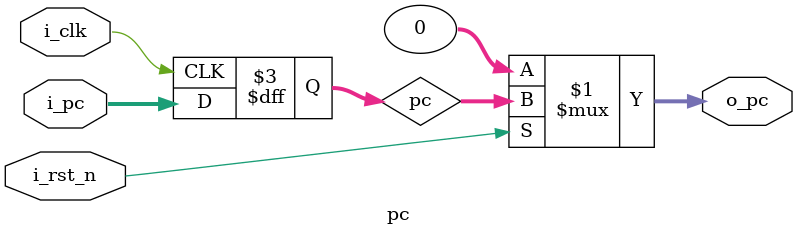
<source format=v>
module pc(i_clk, i_rst_n, i_pc, o_pc);

	input               i_clk, i_rst_n;
	input       [31:0]  i_pc;
	output  [31:0]  o_pc;
	
	reg [31:0] pc;
	assign o_pc = i_rst_n ? pc : 0;
	
	always @(posedge i_clk)
		pc <= i_pc;
   
endmodule
</source>
